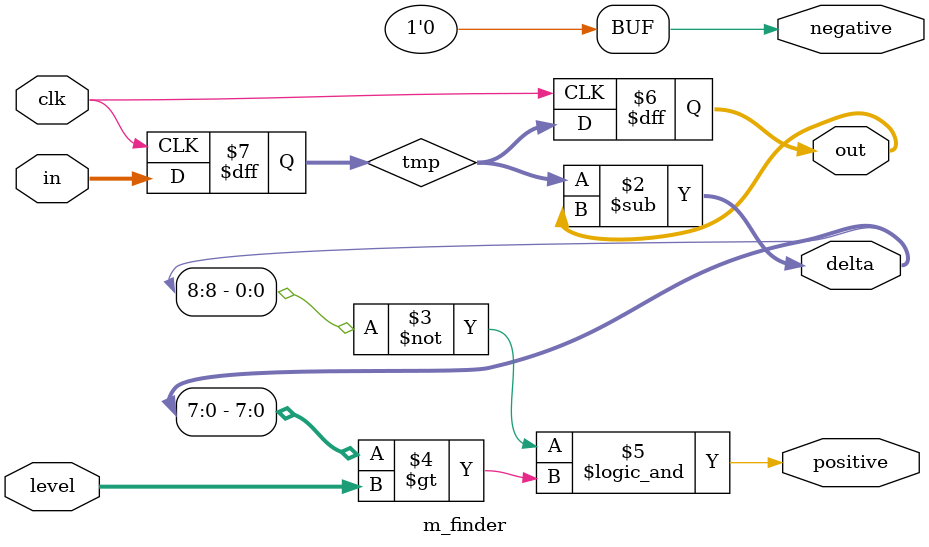
<source format=v>
`timescale 1ns / 1ps
module m_finder #(parameter WIDTH = 8, NEG_VALUE = 1)(
    input wire clk,
    input wire [WIDTH-1:0] in,
	 output reg [WIDTH-1:0] out,
	 output wire [WIDTH:0] delta,
	 output wire positive,
	 output wire negative,
	 input wire [WIDTH-1:0] level
);

reg [WIDTH-1:0] tmp;

always @ (posedge clk)
begin
  tmp <= in;
  out <= tmp;
end

assign delta = tmp - out;

assign positive = (delta[WIDTH] == 1'b0) && (delta[WIDTH-1:0] > level);
assign negative = 0;//(delta[WIDTH] == 1'b1) && (~delta[WIDTH-1:0] > NEG_VALUE);

endmodule

</source>
